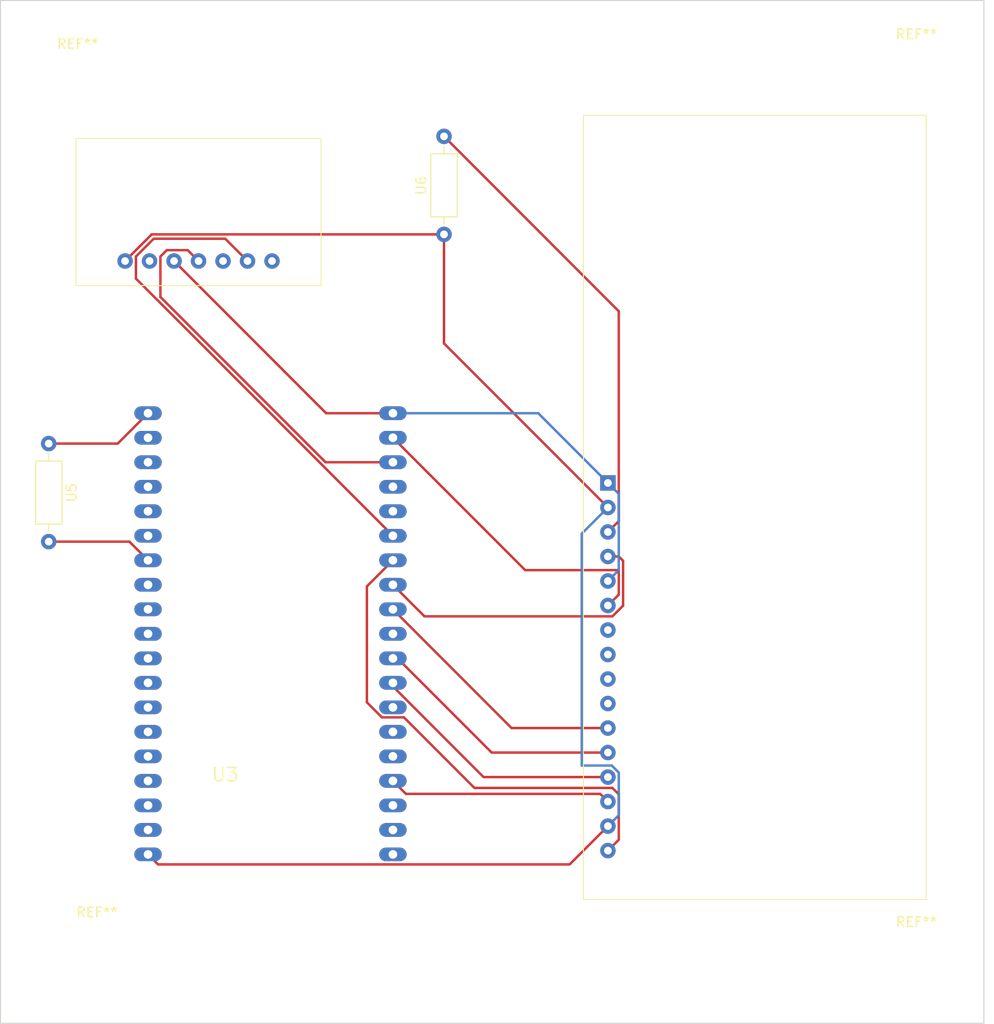
<source format=kicad_pcb>
(kicad_pcb (version 20221018) (generator pcbnew)
  (layers (0 "F.Cu" signal) (31 "B.Cu" signal) (34 "B.Paste" user) (35 "F.Paste" user) (36 "B.SilkS" user "B.Silkscreen") (37 "F.SilkS" user "F.Silkscreen") (38 "B.Mask" user) (39 "F.Mask" user) (44 "Edge.Cuts" user))
  (net 0 "")
  (net 1 "/GND")
  (net 2 "/5V")
  (net 3 "/V0")
  (net 4 "Net-(U1-RS)")
  (net 5 "Net-(U1-E)")
  (net 6 "Net-(U1-D4)")
  (net 7 "Net-(U1-D5)")
  (net 8 "Net-(U1-D6)")
  (net 13 "Net-(U1-D7)")
  (net 14 "Net-(U2-SCK)")
  (net 15 "Net-(U2-SDI)")
  (net 16 "Net-(U3-3.3V)")
  (net 17 "Net-(U5-SPST2)")
  (net 46 "Net-(U1-K)")
  (footprint "MountingHole:MountingHole_2.5mm" (layer "F.Cu") (at 99 146)
    (fp_text reference "REF**" (at 0 -3.5) (layer "F.SilkS"))
    (fp_text value "MountingHole_2.5mm")
    (pad "" np_thru_hole circle (at 0 0) (size 2.5 2.5) (drill 2.5) (layers "*.Cu" "*.Mask"))
  )
  (footprint "MountingHole:MountingHole_2.5mm" (layer "F.Cu") (at 184 147)
    (fp_text reference "REF**" (at 0 -3.5) (layer "F.SilkS"))
    (fp_text value "MountingHole_2.5mm")
    (pad "" np_thru_hole circle (at 0 0) (size 2.5 2.5) (drill 2.5) (layers "*.Cu" "*.Mask"))
  )
  (footprint "peters_custom_footprints:NODEMCU32S" (layer "F.Cu") (at 118.27 112.365)
    (fp_text reference "U3" (at -5.969 15.875 180) (layer "F.SilkS") (effects (font (size 1.4 1.4))))
    (fp_text value "NODEMCU32S")
    (pad "3V3" thru_hole oval (at -13.97 -21.59) (size 2.8448 1.4224) (drill 0.9) (layers "*.Cu" "*.Mask") (net 16 "Net-(U3-3.3V)"))
    (pad "EN" thru_hole oval (at -13.97 -19.05) (size 2.8448 1.4224) (drill 0.9) (layers "*.Cu" "*.Mask"))
    (pad "GND@1" thru_hole oval (at -13.97 11.43) (size 2.8448 1.4224) (drill 0.9) (layers "*.Cu" "*.Mask"))
    (pad "GND@2" thru_hole oval (at 11.43 -21.59) (size 2.8448 1.4224) (drill 0.9) (layers "*.Cu" "*.Mask") (net 1 "/GND"))
    (pad "GND@3" thru_hole oval (at 11.43 -6.35) (size 2.8448 1.4224) (drill 0.9) (layers "*.Cu" "*.Mask") (net 46 "Net-(U1-K)"))
    (pad "GPIO0" thru_hole oval (at 11.43 11.43) (size 2.8448 1.4224) (drill 0.9) (layers "*.Cu" "*.Mask"))
    (pad "GPIO2" thru_hole oval (at 11.43 13.97) (size 2.8448 1.4224) (drill 0.9) (layers "*.Cu" "*.Mask"))
    (pad "GPIO4" thru_hole oval (at 11.43 8.89) (size 2.8448 1.4224) (drill 0.9) (layers "*.Cu" "*.Mask"))
    (pad "GPIO5" thru_hole oval (at 11.43 1.27) (size 2.8448 1.4224) (drill 0.9) (layers "*.Cu" "*.Mask"))
    (pad "GPIO6" thru_hole oval (at 11.43 24.13) (size 2.8448 1.4224) (drill 0.9) (layers "*.Cu" "*.Mask"))
    (pad "GPIO7" thru_hole oval (at 11.43 21.59) (size 2.8448 1.4224) (drill 0.9) (layers "*.Cu" "*.Mask"))
    (pad "GPIO8" thru_hole oval (at 11.43 19.05) (size 2.8448 1.4224) (drill 0.9) (layers "*.Cu" "*.Mask"))
    (pad "GPIO9" thru_hole oval (at -13.97 16.51) (size 2.8448 1.4224) (drill 0.9) (layers "*.Cu" "*.Mask"))
    (pad "GPIO10" thru_hole oval (at -13.97 19.05) (size 2.8448 1.4224) (drill 0.9) (layers "*.Cu" "*.Mask"))
    (pad "GPIO11" thru_hole oval (at -13.97 21.59) (size 2.8448 1.4224) (drill 0.9) (layers "*.Cu" "*.Mask"))
    (pad "GPIO12" thru_hole oval (at -13.97 8.89) (size 2.8448 1.4224) (drill 0.9) (layers "*.Cu" "*.Mask"))
    (pad "GPIO13" thru_hole oval (at -13.97 13.97) (size 2.8448 1.4224) (drill 0.9) (layers "*.Cu" "*.Mask"))
    (pad "GPIO14" thru_hole oval (at -13.97 6.35) (size 2.8448 1.4224) (drill 0.9) (layers "*.Cu" "*.Mask"))
    (pad "GPIO15" thru_hole oval (at 11.43 16.51) (size 2.8448 1.4224) (drill 0.9) (layers "*.Cu" "*.Mask") (net 13 "Net-(U1-D7)"))
    (pad "GPIO16" thru_hole oval (at 11.43 6.35) (size 2.8448 1.4224) (drill 0.9) (layers "*.Cu" "*.Mask") (net 8 "Net-(U1-D6)"))
    (pad "GPIO17" thru_hole oval (at 11.43 3.81) (size 2.8448 1.4224) (drill 0.9) (layers "*.Cu" "*.Mask") (net 7 "Net-(U1-D5)"))
    (pad "GPIO18" thru_hole oval (at 11.43 -1.27) (size 2.8448 1.4224) (drill 0.9) (layers "*.Cu" "*.Mask") (net 6 "Net-(U1-D4)"))
    (pad "GPIO19" thru_hole oval (at 11.43 -3.81) (size 2.8448 1.4224) (drill 0.9) (layers "*.Cu" "*.Mask") (net 4 "Net-(U1-RS)"))
    (pad "GPIO21" thru_hole oval (at 11.43 -8.89) (size 2.8448 1.4224) (drill 0.9) (layers "*.Cu" "*.Mask") (net 15 "Net-(U2-SDI)"))
    (pad "GPIO22" thru_hole oval (at 11.43 -16.51) (size 2.8448 1.4224) (drill 0.9) (layers "*.Cu" "*.Mask") (net 14 "Net-(U2-SCK)"))
    (pad "GPIO23" thru_hole oval (at 11.43 -19.05) (size 2.8448 1.4224) (drill 0.9) (layers "*.Cu" "*.Mask") (net 5 "Net-(U1-E)"))
    (pad "GPIO25" thru_hole oval (at -13.97 -1.27) (size 2.8448 1.4224) (drill 0.9) (layers "*.Cu" "*.Mask"))
    (pad "GPIO26" thru_hole oval (at -13.97 1.27) (size 2.8448 1.4224) (drill 0.9) (layers "*.Cu" "*.Mask"))
    (pad "GPIO27" thru_hole oval (at -13.97 3.81) (size 2.8448 1.4224) (drill 0.9) (layers "*.Cu" "*.Mask"))
    (pad "GPIO32" thru_hole oval (at -13.97 -6.35) (size 2.8448 1.4224) (drill 0.9) (layers "*.Cu" "*.Mask") (net 17 "Net-(U5-SPST2)"))
    (pad "GPIO33" thru_hole oval (at -13.97 -3.81) (size 2.8448 1.4224) (drill 0.9) (layers "*.Cu" "*.Mask"))
    (pad "GPIO34" thru_hole oval (at -13.97 -11.43) (size 2.8448 1.4224) (drill 0.9) (layers "*.Cu" "*.Mask"))
    (pad "GPIO35" thru_hole oval (at -13.97 -8.89) (size 2.8448 1.4224) (drill 0.9) (layers "*.Cu" "*.Mask"))
    (pad "GPIO36" thru_hole oval (at -13.97 -16.51) (size 2.8448 1.4224) (drill 0.9) (layers "*.Cu" "*.Mask"))
    (pad "GPIO39" thru_hole oval (at -13.97 -13.97) (size 2.8448 1.4224) (drill 0.9) (layers "*.Cu" "*.Mask"))
    (pad "RX0" thru_hole oval (at 11.43 -11.43) (size 2.8448 1.4224) (drill 0.9) (layers "*.Cu" "*.Mask"))
    (pad "TX0" thru_hole oval (at 11.43 -13.97) (size 2.8448 1.4224) (drill 0.9) (layers "*.Cu" "*.Mask"))
    (pad "VIN" thru_hole oval (at -13.97 24.13) (size 2.8448 1.4224) (drill 0.9) (layers "*.Cu" "*.Mask") (net 2 "/5V"))
  )
  (footprint "peters_custom_footprints:LCD16X02" (layer "F.Cu") (at 98.66 100.54)
    (fp_text reference "U1" hide)
    (fp_text value "~" hide)
    (fp_rect (start 50.8 -40.64) (end 86.36 40.64) (stroke (width 0.1)) (fill none) (layer "F.SilkS"))
    (pad "1" thru_hole rect (at 53.34 -2.54 180) (size 1.6 1.6) (drill 0.8) (layers "*.Cu" "*.Mask") (net 1 "/GND"))
    (pad "2" thru_hole circle (at 53.34 0 180) (size 1.6 1.6) (drill 0.8) (layers "*.Cu" "*.Mask") (net 2 "/5V"))
    (pad "3" thru_hole circle (at 53.34 2.54 180) (size 1.6 1.6) (drill 0.8) (layers "*.Cu" "*.Mask") (net 3 "/V0"))
    (pad "4" thru_hole circle (at 53.34 5.08 180) (size 1.6 1.6) (drill 0.8) (layers "*.Cu" "*.Mask") (net 4 "Net-(U1-RS)"))
    (pad "5" thru_hole circle (at 53.34 7.62 180) (size 1.6 1.6) (drill 0.8) (layers "*.Cu" "*.Mask") (net 1 "/GND"))
    (pad "6" thru_hole circle (at 53.34 10.16 180) (size 1.6 1.6) (drill 0.8) (layers "*.Cu" "*.Mask") (net 5 "Net-(U1-E)"))
    (pad "7" thru_hole circle (at 53.34 12.7 180) (size 1.6 1.6) (drill 0.8) (layers "*.Cu" "*.Mask"))
    (pad "8" thru_hole circle (at 53.34 15.24 180) (size 1.6 1.6) (drill 0.8) (layers "*.Cu" "*.Mask"))
    (pad "9" thru_hole circle (at 53.34 17.78 180) (size 1.6 1.6) (drill 0.8) (layers "*.Cu" "*.Mask"))
    (pad "10" thru_hole circle (at 53.34 20.32 180) (size 1.6 1.6) (drill 0.8) (layers "*.Cu" "*.Mask"))
    (pad "11" thru_hole circle (at 53.34 22.86 180) (size 1.6 1.6) (drill 0.8) (layers "*.Cu" "*.Mask") (net 6 "Net-(U1-D4)"))
    (pad "12" thru_hole circle (at 53.34 25.4 180) (size 1.6 1.6) (drill 0.8) (layers "*.Cu" "*.Mask") (net 7 "Net-(U1-D5)"))
    (pad "13" thru_hole circle (at 53.34 27.94 180) (size 1.6 1.6) (drill 0.8) (layers "*.Cu" "*.Mask") (net 8 "Net-(U1-D6)"))
    (pad "14" thru_hole circle (at 53.34 30.48 180) (size 1.6 1.6) (drill 0.8) (layers "*.Cu" "*.Mask") (net 13 "Net-(U1-D7)"))
    (pad "15" thru_hole circle (at 53.34 33.02 180) (size 1.6 1.6) (drill 0.8) (layers "*.Cu" "*.Mask") (net 2 "/5V"))
    (pad "16" thru_hole circle (at 53.34 35.56 180) (size 1.6 1.6) (drill 0.8) (layers "*.Cu" "*.Mask") (net 46 "Net-(U1-K)"))
  )
  (footprint "Resistor_THT:R_Axial_DIN0207_L6.3mm_D2.5mm_P10.16mm_Horizontal" (layer "F.Cu") (at 135 72.24 90)
    (fp_text reference "U6" (at 5.08 -2.37 90) (layer "F.SilkS"))
    (fp_text value "~")
    (fp_line (start 1.04 0) (end 1.81 0) (stroke (width 0.12)) (layer "F.SilkS"))
    (fp_line (start 1.81 -1.37) (end 1.81 1.37) (stroke (width 0.12)) (layer "F.SilkS"))
    (fp_line (start 1.81 1.37) (end 8.35 1.37) (stroke (width 0.12)) (layer "F.SilkS"))
    (fp_line (start 8.35 -1.37) (end 1.81 -1.37) (stroke (width 0.12)) (layer "F.SilkS"))
    (fp_line (start 8.35 1.37) (end 8.35 -1.37) (stroke (width 0.12)) (layer "F.SilkS"))
    (fp_line (start 9.12 0) (end 8.35 0) (stroke (width 0.12)) (layer "F.SilkS"))
    (pad "1" thru_hole circle (at 0 0 90) (size 1.6 1.6) (drill 0.8) (layers "*.Cu" "*.Mask") (net 2 "/5V"))
    (pad "2" thru_hole oval (at 10.16 0 90) (size 1.6 1.6) (drill 0.8) (layers "*.Cu" "*.Mask") (net 3 "/V0"))
  )
  (footprint "peters_custom_footprints:BMP280" (layer "F.Cu") (at 123.41 94.15 -90)
    (fp_text reference "U2" hide)
    (fp_text value "2652" hide)
    (fp_rect (start -16.61 26.57) (end -31.85 1.17) (stroke (width 0.1)) (fill none) (layer "F.SilkS"))
    (pad "1" thru_hole circle (at -19.15 21.49 270) (size 1.6 1.6) (drill 0.8) (layers "*.Cu" "*.Mask") (net 2 "/5V"))
    (pad "2" thru_hole circle (at -19.15 18.95 270) (size 1.6 1.6) (drill 0.8) (layers "*.Cu" "*.Mask"))
    (pad "3" thru_hole circle (at -19.15 16.41 270) (size 1.6 1.6) (drill 0.8) (layers "*.Cu" "*.Mask") (net 1 "/GND"))
    (pad "4" thru_hole circle (at -19.15 13.87 270) (size 1.6 1.6) (drill 0.8) (layers "*.Cu" "*.Mask") (net 14 "Net-(U2-SCK)"))
    (pad "5" thru_hole circle (at -19.15 11.33 270) (size 1.6 1.6) (drill 0.8) (layers "*.Cu" "*.Mask"))
    (pad "6" thru_hole circle (at -19.15 8.79 270) (size 1.6 1.6) (drill 0.8) (layers "*.Cu" "*.Mask") (net 15 "Net-(U2-SDI)"))
    (pad "7" thru_hole circle (at -19.15 6.25 270) (size 1.6 1.6) (drill 0.8) (layers "*.Cu" "*.Mask"))
  )
  (footprint "MountingHole:MountingHole_2.5mm" (layer "F.Cu") (at 184 55)
    (fp_text reference "REF**" (at 0 -3.5) (layer "F.SilkS"))
    (fp_text value "MountingHole_2.5mm")
    (pad "" np_thru_hole circle (at 0 0) (size 2.5 2.5) (drill 2.5) (layers "*.Cu" "*.Mask"))
  )
  (footprint "MountingHole:MountingHole_2.5mm" (layer "F.Cu") (at 97 56)
    (fp_text reference "REF**" (at 0 -3.5) (layer "F.SilkS"))
    (fp_text value "MountingHole_2.5mm")
    (pad "" np_thru_hole circle (at 0 0) (size 2.5 2.5) (drill 2.5) (layers "*.Cu" "*.Mask"))
  )
  (footprint "Resistor_THT:R_Axial_DIN0207_L6.3mm_D2.5mm_P10.16mm_Horizontal" (layer "F.Cu") (at 94 93.92 -90)
    (fp_text reference "U5" (at 5.08 -2.37 90) (layer "F.SilkS"))
    (fp_text value "~")
    (fp_line (start 1.04 0) (end 1.81 0) (stroke (width 0.12)) (layer "F.SilkS"))
    (fp_line (start 1.81 -1.37) (end 1.81 1.37) (stroke (width 0.12)) (layer "F.SilkS"))
    (fp_line (start 1.81 1.37) (end 8.35 1.37) (stroke (width 0.12)) (layer "F.SilkS"))
    (fp_line (start 8.35 -1.37) (end 1.81 -1.37) (stroke (width 0.12)) (layer "F.SilkS"))
    (fp_line (start 8.35 1.37) (end 8.35 -1.37) (stroke (width 0.12)) (layer "F.SilkS"))
    (fp_line (start 9.12 0) (end 8.35 0) (stroke (width 0.12)) (layer "F.SilkS"))
    (pad "1" thru_hole circle (at 0 0 270) (size 1.6 1.6) (drill 0.8) (layers "*.Cu" "*.Mask") (net 16 "Net-(U3-3.3V)"))
    (pad "2" thru_hole oval (at 10.16 0 270) (size 1.6 1.6) (drill 0.8) (layers "*.Cu" "*.Mask") (net 17 "Net-(U5-SPST2)"))
  )
  (gr_rect (start 89 48) (end 191 154) (stroke (width 0.1)) (fill none) (layer "Edge.Cuts"))
  (segment (start 107 75) (end 122.775 90.775) (width 0.25) (layer "F.Cu") (net 1))
  (segment (start 122.775 90.775) (end 129.7 90.775) (width 0.25) (layer "F.Cu") (net 1))
  (segment (start 129.7 90.775) (end 144.775 90.775) (width 0.25) (layer "B.Cu") (net 1))
  (segment (start 152 98) (end 153.125 99.125) (width 0.25) (layer "B.Cu") (net 1))
  (segment (start 153.125 107.035) (end 152 108.16) (width 0.25) (layer "B.Cu") (net 1))
  (segment (start 153.125 99.125) (end 153.125 107.035) (width 0.25) (layer "B.Cu") (net 1))
  (segment (start 144.775 90.775) (end 152 98) (width 0.25) (layer "B.Cu") (net 1))
  (segment (start 105.3362 137.5312) (end 104.3 136.495) (width 0.25) (layer "F.Cu") (net 2))
  (segment (start 135 72.24) (end 135 83.54) (width 0.25) (layer "F.Cu") (net 2))
  (segment (start 152 133.56) (end 148.0288 137.5312) (width 0.25) (layer "F.Cu") (net 2))
  (segment (start 104.68 72.24) (end 101.92 75) (width 0.25) (layer "F.Cu") (net 2))
  (segment (start 135 83.54) (end 152 100.54) (width 0.25) (layer "F.Cu") (net 2))
  (segment (start 135 72.24) (end 104.68 72.24) (width 0.25) (layer "F.Cu") (net 2))
  (segment (start 148.0288 137.5312) (end 105.3362 137.5312) (width 0.25) (layer "F.Cu") (net 2))
  (segment (start 153.125 132.435) (end 152 133.56) (width 0.25) (layer "B.Cu") (net 2))
  (segment (start 149.284009 103.255991) (end 149.284009 127.284009) (width 0.25) (layer "B.Cu") (net 2))
  (segment (start 149.284009 127.284009) (end 152.395 127.284009) (width 0.25) (layer "B.Cu") (net 2))
  (segment (start 152.395 127.284009) (end 153.125 128.014009) (width 0.25) (layer "B.Cu") (net 2))
  (segment (start 153.125 128.014009) (end 153.125 132.435) (width 0.25) (layer "B.Cu") (net 2))
  (segment (start 152 100.54) (end 149.284009 103.255991) (width 0.25) (layer "B.Cu") (net 2))
  (segment (start 153.125 101.955) (end 152 103.08) (width 0.25) (layer "F.Cu") (net 3))
  (segment (start 135 62.08) (end 153.125 80.205) (width 0.25) (layer "F.Cu") (net 3))
  (segment (start 153.125 80.205) (end 153.125 101.955) (width 0.25) (layer "F.Cu") (net 3))
  (segment (start 153.13137 105.62) (end 153.575 106.06363) (width 0.25) (layer "F.Cu") (net 4))
  (segment (start 152 105.62) (end 153.13137 105.62) (width 0.25) (layer "F.Cu") (net 4))
  (segment (start 132.97 111.825) (end 129.7 108.555) (width 0.25) (layer "F.Cu") (net 4))
  (segment (start 152.465991 111.825) (end 132.97 111.825) (width 0.25) (layer "F.Cu") (net 4))
  (segment (start 153.575 106.06363) (end 153.575 110.715991) (width 0.25) (layer "F.Cu") (net 4))
  (segment (start 153.575 110.715991) (end 152.465991 111.825) (width 0.25) (layer "F.Cu") (net 4))
  (segment (start 153.035 107.035) (end 153.125 107.125) (width 0.25) (layer "F.Cu") (net 5))
  (segment (start 153.125 107.125) (end 153.125 109.575) (width 0.25) (layer "F.Cu") (net 5))
  (segment (start 153.125 109.575) (end 152 110.7) (width 0.25) (layer "F.Cu") (net 5))
  (segment (start 129.7 93.315) (end 143.42 107.035) (width 0.25) (layer "F.Cu") (net 5))
  (segment (start 143.42 107.035) (end 153.035 107.035) (width 0.25) (layer "F.Cu") (net 5))
  (segment (start 142.005 123.4) (end 129.7 111.095) (width 0.25) (layer "F.Cu") (net 6))
  (segment (start 152 123.4) (end 142.005 123.4) (width 0.25) (layer "F.Cu") (net 6))
  (segment (start 130.175 116.175) (end 129.7 116.175) (width 0.25) (layer "F.Cu") (net 7))
  (segment (start 152 125.94) (end 139.94 125.94) (width 0.25) (layer "F.Cu") (net 7))
  (segment (start 139.94 125.94) (end 130.175 116.175) (width 0.25) (layer "F.Cu") (net 7))
  (segment (start 139.101608 128.48) (end 129.7 119.078392) (width 0.25) (layer "F.Cu") (net 8))
  (segment (start 129.7 119.078392) (end 129.7 118.715) (width 0.25) (layer "F.Cu") (net 8))
  (segment (start 152 128.48) (end 139.101608 128.48) (width 0.25) (layer "F.Cu") (net 8))
  (segment (start 152 131.02) (end 151.200001 130.220001) (width 0.25) (layer "F.Cu") (net 13))
  (segment (start 151.200001 130.220001) (end 131.045001 130.220001) (width 0.25) (layer "F.Cu") (net 13))
  (segment (start 131.045001 130.220001) (end 129.7 128.875) (width 0.25) (layer "F.Cu") (net 13))
  (segment (start 108.415 73.875) (end 106.244009 73.875) (width 0.25) (layer "F.Cu") (net 14))
  (segment (start 106.244009 73.875) (end 105.585 74.534009) (width 0.25) (layer "F.Cu") (net 14))
  (segment (start 122.716396 95.855) (end 129.7 95.855) (width 0.25) (layer "F.Cu") (net 14))
  (segment (start 109.54 75) (end 108.415 73.875) (width 0.25) (layer "F.Cu") (net 14))
  (segment (start 105.585 74.534009) (end 105.585 78.723604) (width 0.25) (layer "F.Cu") (net 14))
  (segment (start 105.585 78.723604) (end 122.716396 95.855) (width 0.25) (layer "F.Cu") (net 14))
  (segment (start 114.62 75) (end 112.31 72.69) (width 0.25) (layer "F.Cu") (net 15))
  (segment (start 103.045 74.534009) (end 103.045 76.82) (width 0.25) (layer "F.Cu") (net 15))
  (segment (start 112.31 72.69) (end 104.889009 72.69) (width 0.25) (layer "F.Cu") (net 15))
  (segment (start 103.045 76.82) (end 129.7 103.475) (width 0.25) (layer "F.Cu") (net 15))
  (segment (start 104.889009 72.69) (end 103.045 74.534009) (width 0.25) (layer "F.Cu") (net 15))
  (segment (start 94 93.92) (end 101.155 93.92) (width 0.25) (layer "F.Cu") (net 16))
  (segment (start 101.155 93.92) (end 104.3 90.775) (width 0.25) (layer "F.Cu") (net 16))
  (segment (start 94 104.08) (end 102.365 104.08) (width 0.25) (layer "F.Cu") (net 17))
  (segment (start 102.365 104.08) (end 104.3 106.015) (width 0.25) (layer "F.Cu") (net 17))
  (segment (start 152 136.1) (end 153.125 134.975) (width 0.25) (layer "F.Cu") (net 46))
  (segment (start 153.125 134.975) (end 153.125 130.264009) (width 0.25) (layer "F.Cu") (net 46))
  (segment (start 127 120.731608) (end 127 108.715) (width 0.25) (layer "F.Cu") (net 46))
  (segment (start 130.840408 122.2912) (end 128.559592 122.2912) (width 0.25) (layer "F.Cu") (net 46))
  (segment (start 128.559592 122.2912) (end 127 120.731608) (width 0.25) (layer "F.Cu") (net 46))
  (segment (start 127 108.715) (end 129.7 106.015) (width 0.25) (layer "F.Cu") (net 46))
  (segment (start 152.465991 129.605) (end 138.154208 129.605) (width 0.25) (layer "F.Cu") (net 46))
  (segment (start 138.154208 129.605) (end 130.840408 122.2912) (width 0.25) (layer "F.Cu") (net 46))
  (segment (start 153.125 130.264009) (end 152.465991 129.605) (width 0.25) (layer "F.Cu") (net 46))
)
</source>
